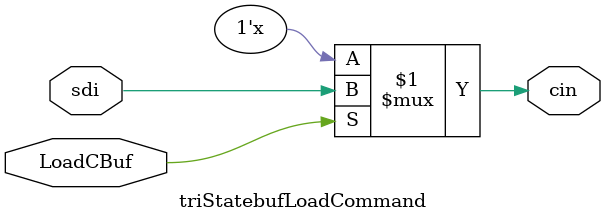
<source format=v>
module triStatebufLoadCommand (cin,sdi,LoadCBuf);
output cin;
input sdi;
input LoadCBuf;
wire sdi,LoadCBuf;
wire cin;
	assign cin = (LoadCBuf) ? sdi : 1'bz;
endmodule
</source>
